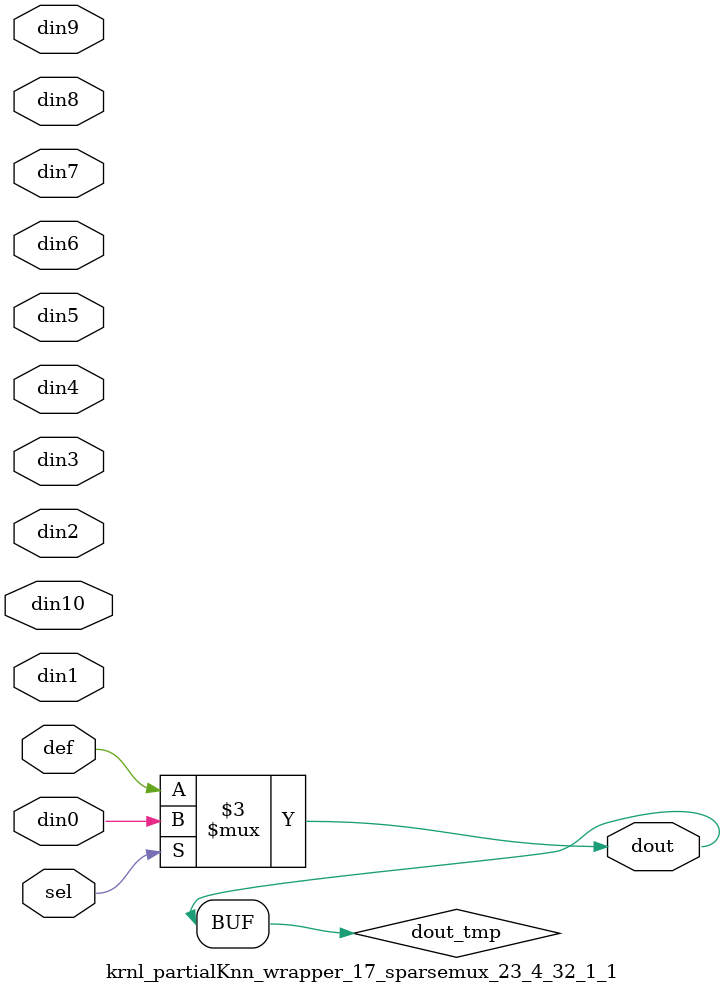
<source format=v>
`timescale 1 ns / 1 ps
module krnl_partialKnn_wrapper_17_sparsemux_23_4_32_1_1 (din0,din1,din2,din3,din4,din5,din6,din7,din8,din9,din10,def,sel,dout);
parameter din0_WIDTH = 1;
parameter din1_WIDTH = 1;
parameter din2_WIDTH = 1;
parameter din3_WIDTH = 1;
parameter din4_WIDTH = 1;
parameter din5_WIDTH = 1;
parameter din6_WIDTH = 1;
parameter din7_WIDTH = 1;
parameter din8_WIDTH = 1;
parameter din9_WIDTH = 1;
parameter din10_WIDTH = 1;
parameter def_WIDTH = 1;
parameter sel_WIDTH = 1;
parameter dout_WIDTH = 1;
parameter [sel_WIDTH-1:0] CASE0 = 1;
parameter [sel_WIDTH-1:0] CASE1 = 1;
parameter [sel_WIDTH-1:0] CASE2 = 1;
parameter [sel_WIDTH-1:0] CASE3 = 1;
parameter [sel_WIDTH-1:0] CASE4 = 1;
parameter [sel_WIDTH-1:0] CASE5 = 1;
parameter [sel_WIDTH-1:0] CASE6 = 1;
parameter [sel_WIDTH-1:0] CASE7 = 1;
parameter [sel_WIDTH-1:0] CASE8 = 1;
parameter [sel_WIDTH-1:0] CASE9 = 1;
parameter [sel_WIDTH-1:0] CASE10 = 1;
parameter ID = 1;
parameter NUM_STAGE = 1;
input [din0_WIDTH-1:0] din0;
input [din1_WIDTH-1:0] din1;
input [din2_WIDTH-1:0] din2;
input [din3_WIDTH-1:0] din3;
input [din4_WIDTH-1:0] din4;
input [din5_WIDTH-1:0] din5;
input [din6_WIDTH-1:0] din6;
input [din7_WIDTH-1:0] din7;
input [din8_WIDTH-1:0] din8;
input [din9_WIDTH-1:0] din9;
input [din10_WIDTH-1:0] din10;
input [def_WIDTH-1:0] def;
input [sel_WIDTH-1:0] sel;
output [dout_WIDTH-1:0] dout;
reg [dout_WIDTH-1:0] dout_tmp;
always @ (*) begin
case (sel)
    
    CASE0 : dout_tmp = din0;
    
    CASE1 : dout_tmp = din1;
    
    CASE2 : dout_tmp = din2;
    
    CASE3 : dout_tmp = din3;
    
    CASE4 : dout_tmp = din4;
    
    CASE5 : dout_tmp = din5;
    
    CASE6 : dout_tmp = din6;
    
    CASE7 : dout_tmp = din7;
    
    CASE8 : dout_tmp = din8;
    
    CASE9 : dout_tmp = din9;
    
    CASE10 : dout_tmp = din10;
    
    default : dout_tmp = def;
endcase
end
assign dout = dout_tmp;
endmodule
</source>
